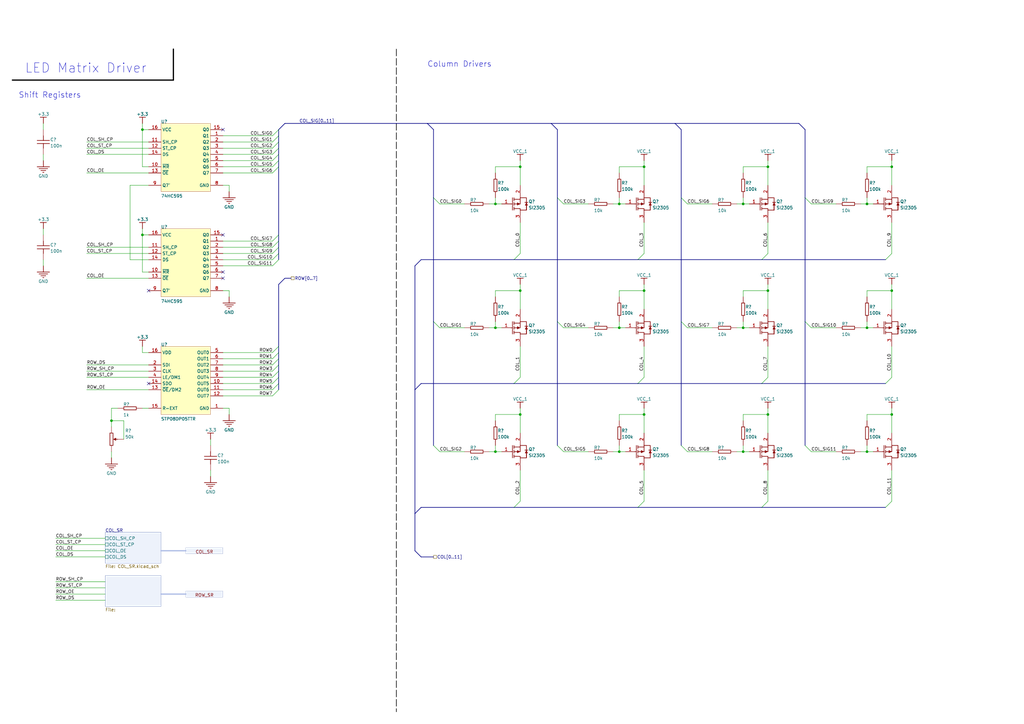
<source format=kicad_sch>
(kicad_sch (version 20231120) (generator "eeschema") (generator_version "8.0")
  (paper "A3")
  (lib_symbols
    (symbol "ESP32_LED_Matrix_Hierarchal-altium-import:+3.3_BAR" (power)
      (property "Reference" "#PWR" (at 0 0 0))
      (property "Value" "+3.3" (at 0 3.81 0))
      (symbol "+3.3_BAR_0_0"
        (pin power_in line (at 0 0 0) (length 0) hide (name "+3.3") (number ""))
      )
    )
    (symbol "ESP32_LED_Matrix_Hierarchal-altium-import:Designator_0_74HC595"
      (symbol "Designator_0_74HC595_1_0"
        (pin passive line (at 30.48 -2.54 180) (length 5.08) (name "Q1") (number "1"))
        (pin passive line (at 0 -15.24 0) (length 5.08) (name "~{MR}") (number "10"))
        (pin passive line (at 0 -5.08 0) (length 5.08) (name "SH_CP") (number "11"))
        (pin passive line (at 0 -7.62 0) (length 5.08) (name "ST_CP") (number "12"))
        (pin passive line (at 0 -17.78 0) (length 5.08) (name "~{OE}") (number "13"))
        (pin passive line (at 0 -10.16 0) (length 5.08) (name "DS") (number "14"))
        (pin passive line (at 30.48 0 180) (length 5.08) (name "Q0") (number "15"))
        (pin passive line (at 0 0 0) (length 5.08) (name "VCC") (number "16"))
        (pin passive line (at 30.48 -5.08 180) (length 5.08) (name "Q2") (number "2"))
        (pin passive line (at 30.48 -7.62 180) (length 5.08) (name "Q3") (number "3"))
        (pin passive line (at 30.48 -10.16 180) (length 5.08) (name "Q4") (number "4"))
        (pin passive line (at 30.48 -12.7 180) (length 5.08) (name "Q5") (number "5"))
        (pin passive line (at 30.48 -15.24 180) (length 5.08) (name "Q6") (number "6"))
        (pin passive line (at 30.48 -17.78 180) (length 5.08) (name "Q7") (number "7"))
        (pin passive line (at 30.48 -22.86 180) (length 5.08) (name "GND") (number "8"))
        (pin passive line (at 0 -22.86 0) (length 5.08) (name "Q7'") (number "9"))
      )
    )
    (symbol "ESP32_LED_Matrix_Hierarchal-altium-import:Designator_0_Capacitor - Non Polarized"
      (symbol "Designator_0_Capacitor - Non Polarized_1_0"
        (pin passive line (at 0 0 270) (length 2.54) (name "") (number "1"))
        (pin passive line (at 0 -10.16 90) (length 2.54) (name "") (number "2"))
      )
    )
    (symbol "ESP32_LED_Matrix_Hierarchal-altium-import:Designator_0_Potentiometer"
      (symbol "Designator_0_Potentiometer_1_0"
        (pin passive line (at 0 0 270) (length 2.54) (name "") (number "1"))
        (pin passive line (at 5.08 -5.08 180) (length 2.54) (name "") (number "2"))
        (pin passive line (at 0 -10.16 90) (length 2.54) (name "") (number "3"))
      )
    )
    (symbol "ESP32_LED_Matrix_Hierarchal-altium-import:Designator_0_Resistor"
      (symbol "Designator_0_Resistor_1_0"
        (pin passive line (at 0 0 270) (length 2.54) (name "") (number "1"))
        (pin passive line (at 0 -10.16 90) (length 2.54) (name "") (number "2"))
      )
    )
    (symbol "ESP32_LED_Matrix_Hierarchal-altium-import:Designator_0_mirrored_Capacitor - Non Polarized"
      (symbol "Designator_0_mirrored_Capacitor - Non Polarized_1_0"
        (pin passive line (at 0 0 270) (length 2.54) (name "") (number "1"))
        (pin passive line (at 0 -10.16 90) (length 2.54) (name "") (number "2"))
      )
    )
    (symbol "ESP32_LED_Matrix_Hierarchal-altium-import:Designator_0_mirrored_STP08DP05TTR"
      (symbol "Designator_0_mirrored_STP08DP05TTR_1_0"
        (pin passive line (at 0 -22.86 180) (length 5.08) (name "GND") (number "1"))
        (pin passive line (at 0 -12.7 180) (length 5.08) (name "OUT5") (number "10"))
        (pin passive line (at 0 -15.24 180) (length 5.08) (name "OUT6") (number "11"))
        (pin passive line (at 0 -17.78 180) (length 5.08) (name "OUT7") (number "12"))
        (pin passive line (at -30.48 -15.24 0) (length 5.08) (name "~{OE}/DM2") (number "13"))
        (pin passive line (at -30.48 -12.7 0) (length 5.08) (name "SDO") (number "14"))
        (pin passive line (at -30.48 -22.86 0) (length 5.08) (name "R-EXT") (number "15"))
        (pin passive line (at -30.48 0 0) (length 5.08) (name "VDD") (number "16"))
        (pin passive line (at -30.48 -5.08 0) (length 5.08) (name "SDI") (number "2"))
        (pin passive line (at -30.48 -7.62 0) (length 5.08) (name "CLK") (number "3"))
        (pin passive line (at -30.48 -10.16 0) (length 5.08) (name "LE/DM1") (number "4"))
        (pin passive line (at 0 0 180) (length 5.08) (name "OUT0") (number "5"))
        (pin passive line (at 0 -2.54 180) (length 5.08) (name "OUT1") (number "6"))
        (pin passive line (at 0 -5.08 180) (length 5.08) (name "OUT2") (number "7"))
        (pin passive line (at 0 -7.62 180) (length 5.08) (name "OUT3") (number "8"))
        (pin passive line (at 0 -10.16 180) (length 5.08) (name "OUT4") (number "9"))
      )
    )
    (symbol "ESP32_LED_Matrix_Hierarchal-altium-import:Designator_1_Resistor"
      (symbol "Designator_1_Resistor_1_0"
        (pin passive line (at 0 0 0) (length 2.54) (name "") (number "1"))
        (pin passive line (at 10.16 0 180) (length 2.54) (name "") (number "2"))
      )
    )
    (symbol "ESP32_LED_Matrix_Hierarchal-altium-import:Designator_1_mirrored_Resistor"
      (symbol "Designator_1_mirrored_Resistor_1_0"
        (pin passive line (at 0 0 180) (length 2.54) (name "") (number "1"))
        (pin passive line (at -10.16 0 0) (length 2.54) (name "") (number "2"))
      )
    )
    (symbol "ESP32_LED_Matrix_Hierarchal-altium-import:Designator_3_SI2305"
      (symbol "Designator_3_SI2305_1_0"
        (pin passive line (at -7.62 -7.62 0) (length 3.81) (name "G") (number "1"))
        (pin passive line (at 0 0 270) (length 5.08) (name "S") (number "2"))
        (pin passive line (at 0 -15.24 90) (length 5.08) (name "D") (number "3"))
      )
    )
    (symbol "ESP32_LED_Matrix_Hierarchal-altium-import:GND_POWER_GROUND" (power)
      (property "Reference" "#PWR" (at 0 0 0))
      (property "Value" "GND" (at 0 6.35 0))
      (symbol "GND_POWER_GROUND_0_0"
        (pin power_in line (at 0 0 0) (length 0) hide (name "GND") (number ""))
      )
    )
    (symbol "ESP32_LED_Matrix_Hierarchal-altium-import:VCC_1_BAR" (power)
      (property "Reference" "#PWR" (at 0 0 0))
      (property "Value" "VCC_1" (at 0 3.81 0))
      (symbol "VCC_1_BAR_0_0"
        (pin power_in line (at 0 0 0) (length 0) hide (name "VCC_1") (number ""))
      )
    )
  )
  (junction (at 203.2 83.6422))
  (junction (at 355.6 134.4422))
  (junction (at 365.76 119.2022))
  (junction (at 314.96 68.4022))
  (junction (at 304.8 83.6422))
  (junction (at 304.8 185.2422))
  (junction (at 254 185.2422))
  (junction (at 58.42 96.3422))
  (junction (at 365.76 68.4022))
  (junction (at 45.72 172.5422))
  (junction (at 365.76 170.0022))
  (junction (at 254 134.4422))
  (junction (at 264.16 68.4022))
  (junction (at 355.6 185.2422))
  (junction (at 264.16 170.0022))
  (junction (at 264.16 119.2022))
  (junction (at 213.36 119.2022))
  (junction (at 213.36 68.4022))
  (junction (at 355.6 83.6422))
  (junction (at 314.96 119.2022))
  (junction (at 254 83.6422))
  (junction (at 203.2 185.2422))
  (junction (at 203.2 134.4422))
  (junction (at 58.42 53.1622))
  (junction (at 213.36 170.0022))
  (junction (at 304.8 134.4422))
  (junction (at 314.96 170.0022))
  (no_connect (at 60.96 119.2022))
  (no_connect (at 91.44 53.1622))
  (no_connect (at 91.44 111.5822))
  (no_connect (at 60.96 157.3022))
  (no_connect (at 91.44 114.1222))
  (no_connect (at 91.44 96.3422))
  (bus_entry (at 231.14 134.4422) (size -2.54 -2.54))
  (bus_entry (at 177.8 81.1022) (size 2.54 2.54))
  (bus_entry (at 114.3 53.1622) (size -2.54 2.54))
  (bus_entry (at 111.76 147.1422) (size 2.54 -2.54))
  (bus_entry (at 180.34 134.4422) (size -2.54 -2.54))
  (bus_entry (at 332.74 185.2422) (size -2.54 -2.54))
  (bus_entry (at 114.3 103.9622) (size -2.54 2.54))
  (bus_entry (at 365.76 103.9622) (size -2.54 2.54))
  (bus_entry (at 114.3 63.3222) (size -2.54 2.54))
  (bus_entry (at 111.76 162.3822) (size 2.54 -2.54))
  (bus_entry (at 111.76 159.8422) (size 2.54 -2.54))
  (bus_entry (at 314.96 103.9622) (size -2.54 2.54))
  (bus_entry (at 365.76 205.5622) (size -2.54 2.54))
  (bus_entry (at 281.94 185.2422) (size -2.54 -2.54))
  (bus_entry (at 281.94 134.4422) (size -2.54 -2.54))
  (bus_entry (at 365.76 154.7622) (size -2.54 2.54))
  (bus_entry (at 332.74 83.6422) (size -2.54 -2.54))
  (bus_entry (at 231.14 83.6422) (size -2.54 -2.54))
  (bus_entry (at 281.94 83.6422) (size -2.54 -2.54))
  (bus_entry (at 231.14 185.2422) (size -2.54 -2.54))
  (bus_entry (at 111.76 149.6822) (size 2.54 -2.54))
  (bus_entry (at 114.3 106.5022) (size -2.54 2.54))
  (bus_entry (at 111.76 152.2222) (size 2.54 -2.54))
  (bus_entry (at 314.96 205.5622) (size -2.54 2.54))
  (bus_entry (at 114.3 98.8822) (size -2.54 2.54))
  (bus_entry (at 180.34 185.2422) (size -2.54 -2.54))
  (bus_entry (at 264.16 154.7622) (size -2.54 2.54))
  (bus_entry (at 114.3 101.4222) (size -2.54 2.54))
  (bus_entry (at 114.3 60.7822) (size -2.54 2.54))
  (bus_entry (at 264.16 205.5622) (size -2.54 2.54))
  (bus_entry (at 111.76 157.3022) (size 2.54 -2.54))
  (bus_entry (at 213.36 205.5622) (size -2.54 2.54))
  (bus_entry (at 114.3 58.2422) (size -2.54 2.54))
  (bus_entry (at 213.36 103.9622) (size -2.54 2.54))
  (bus_entry (at 114.3 68.4022) (size -2.54 2.54))
  (bus_entry (at 314.96 154.7622) (size -2.54 2.54))
  (bus_entry (at 111.76 154.7622) (size 2.54 -2.54))
  (bus_entry (at 114.3 65.8622) (size -2.54 2.54))
  (bus_entry (at 114.3 96.3422) (size -2.54 2.54))
  (bus_entry (at 332.74 134.4422) (size -2.54 -2.54))
  (bus_entry (at 213.36 154.7622) (size -2.54 2.54))
  (bus_entry (at 264.16 103.9622) (size -2.54 2.54))
  (bus_entry (at 114.3 55.7022) (size -2.54 2.54))
  (bus_entry (at 111.76 144.6022) (size 2.54 -2.54))
  (wire (pts (xy 60.96 144.6022) (xy 58.42 144.6022)))
  (bus (pts (xy 114.3 147.1422) (xy 114.3 144.6022)) (stroke (width 0.254)))
  (bus (pts (xy 114.3 58.2422) (xy 114.3 55.7022)) (stroke (width 0.254)))
  (bus (pts (xy 114.3 144.6022) (xy 114.3 142.0622)) (stroke (width 0.254)))
  (wire (pts (xy 314.96 142.0622) (xy 314.96 154.7622)))
  (wire (pts (xy 353.06 134.4422) (xy 355.6 134.4422)))
  (wire (pts (xy 314.96 76.0222) (xy 314.96 68.4022)))
  (wire (pts (xy 111.76 103.9622) (xy 91.44 103.9622)))
  (bus (pts (xy 114.3 65.8622) (xy 114.3 63.3222)) (stroke (width 0.254)))
  (bus (pts (xy 172.72 157.3022) (xy 170.18 159.8422)) (stroke (width 0.254)))
  (wire (pts (xy 111.76 63.3222) (xy 91.44 63.3222)))
  (bus (pts (xy 363.22 106.5022) (xy 312.42 106.5022)) (stroke (width 0.254)))
  (wire (pts (xy 365.76 76.0222) (xy 365.76 68.4022)))
  (wire (pts (xy 355.6 119.2022) (xy 355.6 121.7422)))
  (bus (pts (xy 363.22 157.3022) (xy 312.42 157.3022)) (stroke (width 0.254)))
  (wire (pts (xy 365.76 119.2022) (xy 365.76 116.6622)))
  (wire (pts (xy 355.6 185.2422) (xy 358.14 185.2422)))
  (wire (pts (xy 43.18 228.4222) (xy 22.86 228.4222)))
  (wire (pts (xy 355.6 131.9022) (xy 355.6 134.4422)))
  (wire (pts (xy 254 134.4422) (xy 256.54 134.4422)))
  (wire (pts (xy 304.8 81.1022) (xy 304.8 83.6422)))
  (wire (pts (xy 17.78 109.0422) (xy 17.78 106.5022)))
  (bus (pts (xy 330.2 131.9022) (xy 330.2 182.7022)) (stroke (width 0.254)))
  (wire (pts (xy 304.8 170.0022) (xy 304.8 172.5422)))
  (wire (pts (xy 365.76 192.8622) (xy 365.76 205.5622)))
  (wire (pts (xy 314.96 177.6222) (xy 314.96 170.0022)))
  (wire (pts (xy 254 131.9022) (xy 254 134.4422)))
  (wire (pts (xy 111.76 147.1422) (xy 91.44 147.1422)))
  (wire (pts (xy 213.36 177.6222) (xy 213.36 170.0022)))
  (wire (pts (xy 213.36 192.8622) (xy 213.36 205.5622)))
  (wire (pts (xy 203.2 83.6422) (xy 205.74 83.6422)))
  (wire (pts (xy 213.36 68.4022) (xy 213.36 65.8622)))
  (wire (pts (xy 60.96 152.2222) (xy 35.56 152.2222)))
  (wire (pts (xy 264.16 68.4022) (xy 264.16 65.8622)))
  (wire (pts (xy 45.72 167.4622) (xy 48.26 167.4622)))
  (wire (pts (xy 111.76 152.2222) (xy 91.44 152.2222)))
  (wire (pts (xy 314.96 119.2022) (xy 304.8 119.2022)))
  (wire (pts (xy 17.78 93.8022) (xy 17.78 96.3422)))
  (wire (pts (xy 304.8 68.4022) (xy 304.8 70.9422)))
  (wire (pts (xy 35.56 114.1222) (xy 60.96 114.1222)))
  (wire (pts (xy 304.8 131.9022) (xy 304.8 134.4422)))
  (wire (pts (xy 35.56 70.9422) (xy 60.96 70.9422)))
  (bus (pts (xy 114.3 142.0622) (xy 114.3 116.6622)) (stroke (width 0.254)))
  (bus (pts (xy 170.18 109.0422) (xy 170.18 159.8422)) (stroke (width 0.254)))
  (bus (pts (xy 177.8 131.9022) (xy 177.8 81.1022)) (stroke (width 0.254)))
  (bus (pts (xy 226.06 50.6222) (xy 276.86 50.6222)) (stroke (width 0.254)))
  (wire (pts (xy 111.76 149.6822) (xy 91.44 149.6822)))
  (bus (pts (xy 177.8 53.1622) (xy 175.26 50.6222)) (stroke (width 0.254)))
  (wire (pts (xy 35.56 103.9622) (xy 60.96 103.9622)))
  (bus (pts (xy 276.86 50.6222) (xy 327.66 50.6222)) (stroke (width 0.254)))
  (wire (pts (xy 365.76 68.4022) (xy 355.6 68.4022)))
  (wire (pts (xy 58.42 68.4022) (xy 58.42 53.1622)))
  (bus (pts (xy 114.3 152.2222) (xy 114.3 149.6822)) (stroke (width 0.254)))
  (wire (pts (xy 314.96 68.4022) (xy 314.96 65.8622)))
  (bus (pts (xy 114.3 53.1622) (xy 116.84 50.6222)) (stroke (width 0.254)))
  (wire (pts (xy 365.76 119.2022) (xy 355.6 119.2022)))
  (wire (pts (xy 342.9 185.2422) (xy 332.74 185.2422)))
  (wire (pts (xy 292.1 185.2422) (xy 281.94 185.2422)))
  (wire (pts (xy 60.96 53.1622) (xy 58.42 53.1622)))
  (wire (pts (xy 111.76 101.4222) (xy 91.44 101.4222)))
  (wire (pts (xy 60.96 159.8422) (xy 35.56 159.8422)))
  (wire (pts (xy 302.26 134.4422) (xy 304.8 134.4422)))
  (wire (pts (xy 50.8 172.5422) (xy 45.72 172.5422)))
  (wire (pts (xy 213.36 126.8222) (xy 213.36 119.2022)))
  (wire (pts (xy 213.36 119.2022) (xy 213.36 116.6622)))
  (wire (pts (xy 332.74 134.4422) (xy 342.9 134.4422)))
  (wire (pts (xy 45.72 172.5422) (xy 45.72 175.0822)))
  (wire (pts (xy 111.76 144.6022) (xy 91.44 144.6022)))
  (wire (pts (xy 180.34 134.4422) (xy 190.5 134.4422)))
  (wire (pts (xy 35.56 60.7822) (xy 60.96 60.7822)))
  (bus (pts (xy 175.26 50.6222) (xy 226.06 50.6222)) (stroke (width 0.254)))
  (wire (pts (xy 203.2 131.9022) (xy 203.2 134.4422)))
  (wire (pts (xy 302.26 185.2422) (xy 304.8 185.2422)))
  (wire (pts (xy 45.72 172.5422) (xy 45.72 167.4622)))
  (wire (pts (xy 43.18 223.3422) (xy 22.86 223.3422)))
  (wire (pts (xy 254 182.7022) (xy 254 185.2422)))
  (wire (pts (xy 365.76 126.8222) (xy 365.76 119.2022)))
  (wire (pts (xy 353.06 185.2422) (xy 355.6 185.2422)))
  (bus (pts (xy 114.3 149.6822) (xy 114.3 147.1422)) (stroke (width 0.254)))
  (bus (pts (xy 114.3 106.5022) (xy 114.3 103.9622)) (stroke (width 0.254)))
  (bus (pts (xy 210.82 157.3022) (xy 172.72 157.3022)) (stroke (width 0.254)))
  (bus (pts (xy 114.3 60.7822) (xy 114.3 58.2422)) (stroke (width 0.254)))
  (wire (pts (xy 314.96 68.4022) (xy 304.8 68.4022)))
  (bus (pts (xy 170.18 210.6422) (xy 170.18 225.8822)) (stroke (width 0.254)))
  (bus (pts (xy 114.3 63.3222) (xy 114.3 60.7822)) (stroke (width 0.254)))
  (wire (pts (xy 43.18 241.1222) (xy 22.86 241.1222)))
  (wire (pts (xy 365.76 170.0022) (xy 365.76 167.4622)))
  (wire (pts (xy 264.16 119.2022) (xy 264.16 116.6622)))
  (wire (pts (xy 50.8 180.1622) (xy 50.8 172.5422)))
  (wire (pts (xy 111.76 55.7022) (xy 91.44 55.7022)))
  (wire (pts (xy 93.98 76.0222) (xy 91.44 76.0222)))
  (polyline (pts (xy 71.12 32.8422) (xy 71.12 20.1422)) (stroke (width 0.508) (type solid) (color 0 0 0 1)))
  (bus (pts (xy 172.72 208.1022) (xy 170.18 210.6422)) (stroke (width 0.254)))
  (wire (pts (xy 203.2 68.4022) (xy 203.2 70.9422)))
  (bus (pts (xy 114.3 159.8422) (xy 114.3 157.3022)) (stroke (width 0.254)))
  (wire (pts (xy 22.86 220.8022) (xy 43.18 220.8022)))
  (wire (pts (xy 254 68.4022) (xy 254 70.9422)))
  (bus (pts (xy 312.42 157.3022) (xy 261.62 157.3022)) (stroke (width 0.254)))
  (bus (pts (xy 312.42 106.5022) (xy 261.62 106.5022)) (stroke (width 0.254)))
  (wire (pts (xy 213.36 68.4022) (xy 203.2 68.4022)))
  (wire (pts (xy 111.76 154.7622) (xy 91.44 154.7622)))
  (wire (pts (xy 58.42 144.6022) (xy 58.42 142.0622)))
  (bus (pts (xy 114.3 157.3022) (xy 114.3 154.7622)) (stroke (width 0.254)))
  (wire (pts (xy 190.5 83.6422) (xy 180.34 83.6422)))
  (bus (pts (xy 114.3 116.6622) (xy 116.84 114.1222)) (stroke (width 0.254)))
  (polyline (pts (xy 162.56 20.1422) (xy 162.56 291.9222)) (stroke (width 0.254) (type dash) (color 0 0 0 1)))
  (wire (pts (xy 332.74 83.6422) (xy 342.9 83.6422)))
  (wire (pts (xy 53.34 106.5022) (xy 60.96 106.5022)))
  (polyline (pts (xy 5.08 32.8422) (xy 71.12 32.8422)) (stroke (width 0.508) (type solid) (color 0 0 0 1)))
  (wire (pts (xy 365.76 142.0622) (xy 365.76 154.7622)))
  (wire (pts (xy 355.6 170.0022) (xy 355.6 172.5422)))
  (wire (pts (xy 111.76 70.9422) (xy 91.44 70.9422)))
  (wire (pts (xy 264.16 192.8622) (xy 264.16 205.5622)))
  (wire (pts (xy 203.2 182.7022) (xy 203.2 185.2422)))
  (bus (pts (xy 261.62 106.5022) (xy 210.82 106.5022)) (stroke (width 0.254)))
  (wire (pts (xy 111.76 98.8822) (xy 91.44 98.8822)))
  (wire (pts (xy 93.98 119.2022) (xy 91.44 119.2022)))
  (bus (pts (xy 114.3 101.4222) (xy 114.3 98.8822)) (stroke (width 0.254)))
  (wire (pts (xy 213.36 119.2022) (xy 203.2 119.2022)))
  (wire (pts (xy 292.1 134.4422) (xy 281.94 134.4422)))
  (wire (pts (xy 264.16 91.2622) (xy 264.16 103.9622)))
  (bus (pts (xy 210.82 208.1022) (xy 172.72 208.1022)) (stroke (width 0.254)))
  (wire (pts (xy 365.76 68.4022) (xy 365.76 65.8622)))
  (bus (pts (xy 114.3 68.4022) (xy 114.3 65.8622)) (stroke (width 0.254)))
  (bus (pts (xy 114.3 98.8822) (xy 114.3 96.3422)) (stroke (width 0.254)))
  (wire (pts (xy 17.78 65.8622) (xy 17.78 63.3222)))
  (wire (pts (xy 53.34 76.0222) (xy 53.34 106.5022)))
  (wire (pts (xy 45.72 187.7822) (xy 45.72 185.2422)))
  (wire (pts (xy 355.6 81.1022) (xy 355.6 83.6422)))
  (wire (pts (xy 58.42 111.5822) (xy 58.42 96.3422)))
  (bus (pts (xy 363.22 208.1022) (xy 312.42 208.1022)) (stroke (width 0.254)))
  (wire (pts (xy 213.36 91.2622) (xy 213.36 103.9622)))
  (wire (pts (xy 231.14 185.2422) (xy 241.3 185.2422)))
  (wire (pts (xy 302.26 83.6422) (xy 304.8 83.6422)))
  (wire (pts (xy 251.46 185.2422) (xy 254 185.2422)))
  (wire (pts (xy 111.76 68.4022) (xy 91.44 68.4022)))
  (bus (pts (xy 261.62 208.1022) (xy 210.82 208.1022)) (stroke (width 0.254)))
  (wire (pts (xy 353.06 83.6422) (xy 355.6 83.6422)))
  (wire (pts (xy 355.6 134.4422) (xy 358.14 134.4422)))
  (wire (pts (xy 264.16 177.6222) (xy 264.16 170.0022)))
  (wire (pts (xy 254 81.1022) (xy 254 83.6422)))
  (bus (pts (xy 279.4 53.1622) (xy 276.86 50.6222)) (stroke (width 0.254)))
  (wire (pts (xy 60.96 101.4222) (xy 35.56 101.4222)))
  (bus (pts (xy 279.4 182.7022) (xy 279.4 131.9022)) (stroke (width 0.254)))
  (wire (pts (xy 60.96 76.0222) (xy 53.34 76.0222)))
  (wire (pts (xy 251.46 83.6422) (xy 254 83.6422)))
  (wire (pts (xy 213.36 142.0622) (xy 213.36 154.7622)))
  (wire (pts (xy 254 119.2022) (xy 254 121.7422)))
  (wire (pts (xy 111.76 65.8622) (xy 91.44 65.8622)))
  (wire (pts (xy 264.16 68.4022) (xy 254 68.4022)))
  (wire (pts (xy 58.42 96.3422) (xy 58.42 93.8022)))
  (wire (pts (xy 213.36 170.0022) (xy 213.36 167.4622)))
  (wire (pts (xy 43.18 243.6622) (xy 22.86 243.6622)))
  (bus (pts (xy 177.8 182.7022) (xy 177.8 131.9022)) (stroke (width 0.254)))
  (bus (pts (xy 279.4 131.9022) (xy 279.4 81.1022)) (stroke (width 0.254)))
  (wire (pts (xy 43.18 225.8822) (xy 22.86 225.8822)))
  (wire (pts (xy 365.76 91.2622) (xy 365.76 103.9622)))
  (bus (pts (xy 116.84 50.6222) (xy 175.26 50.6222)) (stroke (width 0.254)))
  (wire (pts (xy 292.1 83.6422) (xy 281.94 83.6422)))
  (wire (pts (xy 251.46 134.4422) (xy 254 134.4422)))
  (wire (pts (xy 264.16 76.0222) (xy 264.16 68.4022)))
  (bus (pts (xy 327.66 50.6222) (xy 330.2 53.1622)) (stroke (width 0.254)))
  (wire (pts (xy 264.16 170.0022) (xy 254 170.0022)))
  (bus (pts (xy 114.3 103.9622) (xy 114.3 101.4222)) (stroke (width 0.254)))
  (wire (pts (xy 93.98 78.5622) (xy 93.98 76.0222)))
  (wire (pts (xy 314.96 91.2622) (xy 314.96 103.9622)))
  (wire (pts (xy 86.36 180.1622) (xy 86.36 182.7022)))
  (bus (pts (xy 228.6 53.1622) (xy 226.06 50.6222)) (stroke (width 0.254)))
  (wire (pts (xy 213.36 76.0222) (xy 213.36 68.4022)))
  (bus (pts (xy 114.3 154.7622) (xy 114.3 152.2222)) (stroke (width 0.254)))
  (wire (pts (xy 254 83.6422) (xy 256.54 83.6422)))
  (wire (pts (xy 60.96 111.5822) (xy 58.42 111.5822)))
  (wire (pts (xy 111.76 106.5022) (xy 91.44 106.5022)))
  (wire (pts (xy 314.96 119.2022) (xy 314.96 116.6622)))
  (wire (pts (xy 304.8 134.4422) (xy 307.34 134.4422)))
  (wire (pts (xy 60.96 149.6822) (xy 35.56 149.6822)))
  (wire (pts (xy 355.6 83.6422) (xy 358.14 83.6422)))
  (wire (pts (xy 304.8 119.2022) (xy 304.8 121.7422)))
  (wire (pts (xy 314.96 126.8222) (xy 314.96 119.2022)))
  (bus (pts (xy 170.18 225.8822) (xy 172.72 228.4222)) (stroke (width 0.254)))
  (bus (pts (xy 312.42 208.1022) (xy 261.62 208.1022)) (stroke (width 0.254)))
  (bus (pts (xy 116.84 114.1222) (xy 119.38 114.1222)) (stroke (width 0.254)))
  (wire (pts (xy 200.66 83.6422) (xy 203.2 83.6422)))
  (wire (pts (xy 111.76 159.8422) (xy 91.44 159.8422)))
  (wire (pts (xy 60.96 167.4622) (xy 58.42 167.4622)))
  (wire (pts (xy 111.76 157.3022) (xy 91.44 157.3022)))
  (wire (pts (xy 264.16 119.2022) (xy 254 119.2022)))
  (bus (pts (xy 172.72 106.5022) (xy 170.18 109.0422)) (stroke (width 0.254)))
  (wire (pts (xy 203.2 185.2422) (xy 205.74 185.2422)))
  (wire (pts (xy 111.76 60.7822) (xy 91.44 60.7822)))
  (wire (pts (xy 304.8 83.6422) (xy 307.34 83.6422)))
  (wire (pts (xy 314.96 170.0022) (xy 304.8 170.0022)))
  (wire (pts (xy 314.96 192.8622) (xy 314.96 205.5622)))
  (wire (pts (xy 314.96 170.0022) (xy 314.96 167.4622)))
  (wire (pts (xy 93.98 170.0022) (xy 93.98 167.4622)))
  (wire (pts (xy 86.36 195.4022) (xy 86.36 192.8622)))
  (wire (pts (xy 43.18 246.2022) (xy 22.86 246.2022)))
  (wire (pts (xy 43.18 238.5822) (xy 22.86 238.5822)))
  (bus (pts (xy 170.18 159.8422) (xy 170.18 210.6422)) (stroke (width 0.254)))
  (bus (pts (xy 177.8 81.1022) (xy 177.8 53.1622)) (stroke (width 0.254)))
  (wire (pts (xy 35.56 58.2422) (xy 60.96 58.2422)))
  (wire (pts (xy 111.76 58.2422) (xy 91.44 58.2422)))
  (wire (pts (xy 355.6 68.4022) (xy 355.6 70.9422)))
  (wire (pts (xy 35.56 63.3222) (xy 60.96 63.3222)))
  (wire (pts (xy 365.76 177.6222) (xy 365.76 170.0022)))
  (wire (pts (xy 203.2 134.4422) (xy 205.74 134.4422)))
  (wire (pts (xy 304.8 182.7022) (xy 304.8 185.2422)))
  (wire (pts (xy 60.96 154.7622) (xy 35.56 154.7622)))
  (bus (pts (xy 210.82 106.5022) (xy 172.72 106.5022)) (stroke (width 0.254)))
  (wire (pts (xy 93.98 121.7422) (xy 93.98 119.2022)))
  (bus (pts (xy 261.62 157.3022) (xy 210.82 157.3022)) (stroke (width 0.254)))
  (bus (pts (xy 228.6 81.1022) (xy 228.6 53.1622)) (stroke (width 0.254)))
  (wire (pts (xy 254 185.2422) (xy 256.54 185.2422)))
  (bus (pts (xy 228.6 182.7022) (xy 228.6 131.9022)) (stroke (width 0.254)))
  (wire (pts (xy 180.34 185.2422) (xy 190.5 185.2422)))
  (wire (pts (xy 111.76 162.3822) (xy 91.44 162.3822)))
  (bus (pts (xy 114.3 96.3422) (xy 114.3 68.4022)) (stroke (width 0.254)))
  (wire (pts (xy 213.36 170.0022) (xy 203.2 170.0022)))
  (wire (pts (xy 365.76 170.0022) (xy 355.6 170.0022)))
  (bus (pts (xy 228.6 131.9022) (xy 228.6 81.1022)) (stroke (width 0.254)))
  (bus (pts (xy 330.2 81.1022) (xy 330.2 131.9022)) (stroke (width 0.254)))
  (wire (pts (xy 203.2 119.2022) (xy 203.2 121.7422)))
  (wire (pts (xy 58.42 53.1622) (xy 58.42 50.6222)))
  (bus (pts (xy 330.2 53.1622) (xy 330.2 81.1022)) (stroke (width 0.254)))
  (wire (pts (xy 264.16 126.8222) (xy 264.16 119.2022)))
  (wire (pts (xy 93.98 167.4622) (xy 91.44 167.4622)))
  (bus (pts (xy 114.3 55.7022) (xy 114.3 53.1622)) (stroke (width 0.254)))
  (wire (pts (xy 264.16 142.0622) (xy 264.16 154.7622)))
  (wire (pts (xy 231.14 134.4422) (xy 241.3 134.4422)))
  (wire (pts (xy 203.2 81.1022) (xy 203.2 83.6422)))
  (wire (pts (xy 203.2 170.0022) (xy 203.2 172.5422)))
  (bus (pts (xy 279.4 81.1022) (xy 279.4 53.1622)) (stroke (width 0.254)))
  (wire (pts (xy 241.3 83.6422) (xy 231.14 83.6422)))
  (wire (pts (xy 200.66 185.2422) (xy 203.2 185.2422)))
  (wire (pts (xy 111.76 109.0422) (xy 91.44 109.0422)))
  (wire (pts (xy 304.8 185.2422) (xy 307.34 185.2422)))
  (wire (pts (xy 355.6 182.7022) (xy 355.6 185.2422)))
  (wire (pts (xy 60.96 96.3422) (xy 58.42 96.3422)))
  (bus (pts (xy 172.72 228.4222) (xy 177.8 228.4222)) (stroke (width 0.254)))
  (wire (pts (xy 60.96 68.4022) (xy 58.42 68.4022)))
  (wire (pts (xy 200.66 134.4422) (xy 203.2 134.4422)))
  (wire (pts (xy 254 170.0022) (xy 254 172.5422)))
  (wire (pts (xy 264.16 170.0022) (xy 264.16 167.4622)))
  (wire (pts (xy 17.78 50.6222) (xy 17.78 53.1622)))
  (polyline (pts (xy 76.2 225.8822) (xy 66.04 225.8822)) (stroke (width 0.508) (type solid) (color 173 188 231 1)))
  (polyline (pts (xy 76.2 243.6622) (xy 66.04 243.6622)) (stroke (width 0.508) (type solid) (color 173 188 231 1)))
  (text_box "COL_SR" (at 76.2 224.6122 0) (size 15.24 2.54) (stroke (width 0.0002) (color 143 158 201 1)) (fill (type color) (color 237 242 251 1)) (effects (font (size 1.27 1.27)) (justify top)))
  (text_box "ROW_SR" (at 76.2 242.3922 0) (size 15.24 2.54) (stroke (width 0.0002) (color 143 158 201 1)) (fill (type color) (color 237 242 251 1)) (effects (font (size 1.27 1.27)) (justify top)))
  (text "LED Matrix Driver" (at 10.16 30.3022 0) (effects (font (size 3.81 3.81)) (justify left bottom)))
  (text "Column Drivers" (at 175.26 27.7622 0) (effects (font (size 2.286 2.286)) (justify left bottom)))
  (text "Column Drivers" (at 436.88 -78.9178 0) (effects (font (size 2.286 2.286)) (justify left bottom)))
  (text "Shift Registers" (at 7.62 40.4622 0) (effects (font (size 2.286 2.286)) (justify left bottom)))
  (label "COL_OE" (at 35.56 70.9422 0))
  (label "COL_4" (at 264.16 152.2222 90))
  (label "ROW_DS" (at 35.56 149.6822 0))
  (label "COL_SIG0" (at 180.34 83.6422 0))
  (label "ROW6" (at 111.76 159.8422 180))
  (label "COL_SIG4" (at 231.14 134.4422 0))
  (label "ROW2" (at 111.76 149.6822 180))
  (label "COL_OE" (at 35.56 114.1222 0))
  (label "ROW0" (at 111.76 144.6022 180))
  (label "COL_SIG1" (at 180.34 134.4422 0))
  (label "COL_SH_CP" (at 22.86 220.8022 0))
  (label "COL_SIG11" (at 111.76 109.0422 180))
  (label "COL_SIG6" (at 281.94 83.6422 0))
  (label "COL_SIG9" (at 332.74 83.6422 0))
  (label "ROW_ST_CP" (at 22.86 241.1222 0))
  (label "COL_10" (at 365.76 152.2222 90))
  (label "COL_SIG1" (at 111.76 58.2422 180))
  (label "COL_6" (at 314.96 101.4222 90))
  (label "ROW1" (at 111.76 147.1422 180))
  (label "COL_SIG3" (at 111.76 63.3222 180))
  (label "ROW3" (at 111.76 152.2222 180))
  (label "COL_SIG10" (at 111.76 106.5022 180))
  (label "COL_SIG5" (at 231.14 185.2422 0))
  (label "ROW5" (at 111.76 157.3022 180))
  (label "COL_7" (at 314.96 152.2222 90))
  (label "COL_SIG7" (at 111.76 98.8822 180))
  (label "COL_SIG8" (at 281.94 185.2422 0))
  (label "ROW_DS" (at 22.86 246.2022 0))
  (label "COL_2" (at 213.36 203.0222 90))
  (label "COL_ST_CP" (at 35.56 60.7822 0))
  (label "ROW_SH_CP" (at 35.56 152.2222 0))
  (label "COL_SH_CP" (at 35.56 101.4222 0))
  (label "COL_OE" (at 22.86 225.8822 0))
  (label "COL_SIG0" (at 111.76 55.7022 180))
  (label "COL_SIG[0..11]" (at 469.9 -56.0578 0))
  (label "COL_ST_CP" (at 22.86 223.3422 0))
  (label "COL_SIG[0..11]" (at 137.16 50.6222 180))
  (label "ROW_ST_CP" (at 35.56 154.7622 0))
  (label "COL_1" (at 213.36 152.2222 90))
  (label "ROW7" (at 111.76 162.3822 180))
  (label "COL_SIG7" (at 281.94 134.4422 0))
  (label "ROW_SH_CP" (at 22.86 238.5822 0))
  (label "COL_SIG9" (at 111.76 103.9622 180))
  (label "COL_SIG2" (at 180.34 185.2422 0))
  (label "COL_ST_CP" (at 35.56 103.9622 0))
  (label "ROW4" (at 111.76 154.7622 180))
  (label "COL_5" (at 264.16 203.0222 90))
  (label "COL_SIG8" (at 111.76 101.4222 180))
  (label "COL_SIG11" (at 332.74 185.2422 0))
  (label "ROW_OE" (at 35.56 159.8422 0))
  (label "COL_SIG5" (at 111.76 68.4022 180))
  (label "COL_SIG4" (at 111.76 65.8622 180))
  (label "COL_11" (at 365.76 203.0222 90))
  (label "COL_SH_CP" (at 35.56 58.2422 0))
  (label "COL_0" (at 213.36 101.4222 90))
  (label "COL_9" (at 365.76 101.4222 90))
  (label "COL_3" (at 264.16 101.4222 90))
  (label "COL_SIG6" (at 111.76 70.9422 180))
  (label "COL_8" (at 314.96 203.0222 90))
  (label "COL_SIG10" (at 332.74 134.4422 0))
  (label "COL_SIG2" (at 111.76 60.7822 180))
  (label "COL_DS" (at 35.56 63.3222 0))
  (label "ROW_OE" (at 22.86 243.6622 0))
  (label "COL_SIG3" (at 231.14 83.6422 0))
  (label "COL_DS" (at 22.86 228.4222 0))
  (hierarchical_label "COL[0..11]" (shape passive) (at 177.8 228.4222 0))
  (hierarchical_label "ROW[0..7]" (shape passive) (at 119.38 114.1222 0))
  (symbol (lib_id "ESP32_LED_Matrix_Hierarchal-altium-import:VCC_1_BAR") (at 314.96 116.6622 180) (unit 1)
    (property "Reference" "#PWR?" (effects (hide yes)))
    (property "Value" "VCC_1" (at 314.96 112.8522 0))
  )
  (symbol (lib_id "ESP32_LED_Matrix_Hierarchal-altium-import:Designator_3_SI2305") (at 365.76 177.6222 0) (unit 1)
    (property "Reference" "Q?" (at 369.189 184.9882 0) (effects (justify left bottom)))
    (property "Value" "SI2305" (at 369.189 187.5282 0) (effects (justify left bottom)))
    (property "Footprint" "SOT23" (effects (hide yes)))
    (property "Description" "General Purpose P-Channel MOSFET" (effects (hide yes)))
    (property "COMPONENTLINK1DESCRIPTION" "Datasheet" (effects (hide yes)))
    (property "COMPONENTLINK1URL" "https://www.vishay.com/docs/64847/si2305cd.pdf" (effects (hide yes)))
  )
  (symbol (lib_id "ESP32_LED_Matrix_Hierarchal-altium-import:Designator_0_Resistor") (at 203.2 172.5422 0) (unit 1)
    (property "Reference" "R?" (at 204.089 177.3682 0) (effects (justify left bottom)))
    (property "Value" "100k" (at 204.089 179.9082 0) (effects (justify left bottom)))
    (property "Footprint" "RESC0805" (effects (hide yes)))
    (property "Description" "Resistor" (effects (hide yes)))
  )
  (symbol (lib_id "ESP32_LED_Matrix_Hierarchal-altium-import:VCC_1_BAR") (at 213.36 65.8622 180) (unit 1)
    (property "Reference" "#PWR?" (effects (hide yes)))
    (property "Value" "VCC_1" (at 213.36 62.0522 0))
  )
  (symbol (lib_id "ESP32_LED_Matrix_Hierarchal-altium-import:Designator_1_Resistor") (at 190.5 83.6422 0) (unit 1)
    (property "Reference" "R?" (at 192.786 82.7532 0) (effects (justify left bottom)))
    (property "Value" "10k" (at 192.786 87.0712 0) (effects (justify left bottom)))
    (property "Footprint" "RESC0805" (effects (hide yes)))
    (property "Description" "Resistor" (effects (hide yes)))
  )
  (symbol (lib_id "ESP32_LED_Matrix_Hierarchal-altium-import:Designator_3_SI2305") (at 365.76 76.0222 0) (unit 1)
    (property "Reference" "Q?" (at 369.189 83.3882 0) (effects (justify left bottom)))
    (property "Value" "SI2305" (at 369.189 85.9282 0) (effects (justify left bottom)))
    (property "Footprint" "SOT23" (effects (hide yes)))
    (property "Description" "General Purpose P-Channel MOSFET" (effects (hide yes)))
    (property "COMPONENTLINK1DESCRIPTION" "Datasheet" (effects (hide yes)))
    (property "COMPONENTLINK1URL" "https://www.vishay.com/docs/64847/si2305cd.pdf" (effects (hide yes)))
  )
  (symbol (lib_id "ESP32_LED_Matrix_Hierarchal-altium-import:VCC_1_BAR") (at 314.96 167.4622 180) (unit 1)
    (property "Reference" "#PWR?" (effects (hide yes)))
    (property "Value" "VCC_1" (at 314.96 163.6522 0))
  )
  (symbol (lib_id "ESP32_LED_Matrix_Hierarchal-altium-import:Designator_0_Resistor") (at 304.8 121.7422 0) (unit 1)
    (property "Reference" "R?" (at 305.689 126.5682 0) (effects (justify left bottom)))
    (property "Value" "100k" (at 305.689 129.1082 0) (effects (justify left bottom)))
    (property "Footprint" "RESC0805" (effects (hide yes)))
    (property "Description" "Resistor" (effects (hide yes)))
  )
  (symbol (lib_id "ESP32_LED_Matrix_Hierarchal-altium-import:Designator_1_Resistor") (at 292.1 83.6422 0) (unit 1)
    (property "Reference" "R?" (at 294.386 82.7532 0) (effects (justify left bottom)))
    (property "Value" "10k" (at 294.386 87.0712 0) (effects (justify left bottom)))
    (property "Footprint" "RESC0805" (effects (hide yes)))
    (property "Description" "Resistor" (effects (hide yes)))
  )
  (symbol (lib_id "ESP32_LED_Matrix_Hierarchal-altium-import:VCC_1_BAR") (at 365.76 167.4622 180) (unit 1)
    (property "Reference" "#PWR?" (effects (hide yes)))
    (property "Value" "VCC_1" (at 365.76 163.6522 0))
  )
  (symbol (lib_id "ESP32_LED_Matrix_Hierarchal-altium-import:+3.3_BAR") (at 86.36 180.1622 180) (unit 1)
    (property "Reference" "#PWR?" (effects (hide yes)))
    (property "Value" "+3.3" (at 86.36 176.3522 0))
  )
  (symbol (lib_id "ESP32_LED_Matrix_Hierarchal-altium-import:VCC_1_BAR") (at 213.36 116.6622 180) (unit 1)
    (property "Reference" "#PWR?" (effects (hide yes)))
    (property "Value" "VCC_1" (at 213.36 112.8522 0))
  )
  (symbol (lib_id "ESP32_LED_Matrix_Hierarchal-altium-import:Designator_3_SI2305") (at 213.36 76.0222 0) (unit 1)
    (property "Reference" "Q?" (at 216.789 83.3882 0) (effects (justify left bottom)))
    (property "Value" "SI2305" (at 216.789 85.9282 0) (effects (justify left bottom)))
    (property "Footprint" "SOT23" (effects (hide yes)))
    (property "Description" "General Purpose P-Channel MOSFET" (effects (hide yes)))
    (property "COMPONENTLINK1DESCRIPTION" "Datasheet" (effects (hide yes)))
    (property "COMPONENTLINK1URL" "https://www.vishay.com/docs/64847/si2305cd.pdf" (effects (hide yes)))
  )
  (symbol (lib_id "ESP32_LED_Matrix_Hierarchal-altium-import:Designator_0_mirrored_STP08DP05TTR") (at 91.44 144.6022 0) (unit 1)
    (property "Reference" "U?" (at 66.04 142.0622 0) (effects (justify left bottom)))
    (property "Value" "STP08DP05TTR" (at 66.04 172.5422 0) (effects (justify left bottom)))
    (property "Footprint" "TSSOP16" (effects (hide yes)))
    (property "Description" "LED Driver" (effects (hide yes)))
    (property "DATASHEET LINK" "https://componentsearchengine.com/Datasheets/2/STP08DP05TTR.pdf" (effects (hide yes)))
    (property "HEIGHT" "1.2mm" (effects (hide yes)))
    (property "MANUFACTURER_NAME" "STMicroelectronics" (effects (hide yes)))
    (property "MANUFACTURER_PART_NUMBER" "STP08DP05TTR" (effects (hide yes)))
    (property "MOUSER PART NUMBER" "511-STP08DP05TTR" (effects (hide yes)))
    (property "MOUSER PRICE/STOCK" "https://www.mouser.co.uk/ProductDetail/STMicroelectronics/STP08DP05TTR?qs=xgiOkRdDJ0m7T%2FaY25F5vQ%3D%3D" (effects (hide yes)))
    (property "ARROW PART NUMBER" "STP08DP05TTR" (effects (hide yes)))
    (property "ARROW PRICE/STOCK" "https://www.arrow.com/en/products/stp08dp05ttr/stmicroelectronics?region=nac" (effects (hide yes)))
  )
  (symbol (lib_id "ESP32_LED_Matrix_Hierarchal-altium-import:Designator_0_74HC595") (at 60.96 96.3422 0) (unit 1)
    (property "Reference" "U?" (at 66.04 93.8022 0) (effects (justify left bottom)))
    (property "Value" "74HC595" (at 66.04 124.2822 0) (effects (justify left bottom)))
    (property "Footprint" "TSSOP16" (effects (hide yes)))
    (property "Description" "Shift Register" (effects (hide yes)))
  )
  (symbol (lib_id "ESP32_LED_Matrix_Hierarchal-altium-import:Designator_3_SI2305") (at 365.76 126.8222 0) (unit 1)
    (property "Reference" "Q?" (at 369.189 134.1882 0) (effects (justify left bottom)))
    (property "Value" "SI2305" (at 369.189 136.7282 0) (effects (justify left bottom)))
    (property "Footprint" "SOT23" (effects (hide yes)))
    (property "Description" "General Purpose P-Channel MOSFET" (effects (hide yes)))
    (property "COMPONENTLINK1DESCRIPTION" "Datasheet" (effects (hide yes)))
    (property "COMPONENTLINK1URL" "https://www.vishay.com/docs/64847/si2305cd.pdf" (effects (hide yes)))
  )
  (symbol (lib_id "ESP32_LED_Matrix_Hierarchal-altium-import:GND_POWER_GROUND") (at 93.98 170.0022 0) (unit 1)
    (property "Reference" "#PWR?" (effects (hide yes)))
    (property "Value" "GND" (at 93.98 176.3522 0))
  )
  (symbol (lib_id "ESP32_LED_Matrix_Hierarchal-altium-import:Designator_1_Resistor") (at 292.1 134.4422 0) (unit 1)
    (property "Reference" "R?" (at 294.386 133.5532 0) (effects (justify left bottom)))
    (property "Value" "10k" (at 294.386 137.8712 0) (effects (justify left bottom)))
    (property "Footprint" "RESC0805" (effects (hide yes)))
    (property "Description" "Resistor" (effects (hide yes)))
  )
  (symbol (lib_id "ESP32_LED_Matrix_Hierarchal-altium-import:+3.3_BAR") (at 17.78 50.6222 180) (unit 1)
    (property "Reference" "#PWR?" (effects (hide yes)))
    (property "Value" "+3.3" (at 17.78 46.8122 0))
  )
  (symbol (lib_id "ESP32_LED_Matrix_Hierarchal-altium-import:Designator_0_Resistor") (at 304.8 172.5422 0) (unit 1)
    (property "Reference" "R?" (at 305.689 177.3682 0) (effects (justify left bottom)))
    (property "Value" "100k" (at 305.689 179.9082 0) (effects (justify left bottom)))
    (property "Footprint" "RESC0805" (effects (hide yes)))
    (property "Description" "Resistor" (effects (hide yes)))
  )
  (symbol (lib_id "ESP32_LED_Matrix_Hierarchal-altium-import:Designator_3_SI2305") (at 264.16 126.8222 0) (unit 1)
    (property "Reference" "Q?" (at 267.589 134.1882 0) (effects (justify left bottom)))
    (property "Value" "SI2305" (at 267.589 136.7282 0) (effects (justify left bottom)))
    (property "Footprint" "SOT23" (effects (hide yes)))
    (property "Description" "General Purpose P-Channel MOSFET" (effects (hide yes)))
    (property "COMPONENTLINK1DESCRIPTION" "Datasheet" (effects (hide yes)))
    (property "COMPONENTLINK1URL" "https://www.vishay.com/docs/64847/si2305cd.pdf" (effects (hide yes)))
  )
  (symbol (lib_id "ESP32_LED_Matrix_Hierarchal-altium-import:GND_POWER_GROUND") (at 93.98 121.7422 0) (unit 1)
    (property "Reference" "#PWR?" (effects (hide yes)))
    (property "Value" "GND" (at 93.98 128.0922 0))
  )
  (symbol (lib_id "ESP32_LED_Matrix_Hierarchal-altium-import:GND_POWER_GROUND") (at 45.72 187.7822 0) (unit 1)
    (property "Reference" "#PWR?" (effects (hide yes)))
    (property "Value" "GND" (at 45.72 194.1322 0))
  )
  (symbol (lib_id "ESP32_LED_Matrix_Hierarchal-altium-import:Designator_0_Resistor") (at 355.6 121.7422 0) (unit 1)
    (property "Reference" "R?" (at 356.489 126.5682 0) (effects (justify left bottom)))
    (property "Value" "100k" (at 356.489 129.1082 0) (effects (justify left bottom)))
    (property "Footprint" "RESC0805" (effects (hide yes)))
    (property "Description" "Resistor" (effects (hide yes)))
  )
  (symbol (lib_id "ESP32_LED_Matrix_Hierarchal-altium-import:Designator_3_SI2305") (at 213.36 177.6222 0) (unit 1)
    (property "Reference" "Q?" (at 216.789 184.9882 0) (effects (justify left bottom)))
    (property "Value" "SI2305" (at 216.789 187.5282 0) (effects (justify left bottom)))
    (property "Footprint" "SOT23" (effects (hide yes)))
    (property "Description" "General Purpose P-Channel MOSFET" (effects (hide yes)))
    (property "COMPONENTLINK1DESCRIPTION" "Datasheet" (effects (hide yes)))
    (property "COMPONENTLINK1URL" "https://www.vishay.com/docs/64847/si2305cd.pdf" (effects (hide yes)))
  )
  (symbol (lib_id "ESP32_LED_Matrix_Hierarchal-altium-import:+3.3_BAR") (at 17.78 93.8022 180) (unit 1)
    (property "Reference" "#PWR?" (effects (hide yes)))
    (property "Value" "+3.3" (at 17.78 89.9922 0))
  )
  (symbol (lib_id "ESP32_LED_Matrix_Hierarchal-altium-import:Designator_1_mirrored_Resistor") (at 58.42 167.4622 0) (unit 1)
    (property "Reference" "R?" (at 50.546 166.5732 0) (effects (justify left bottom)))
    (property "Value" "1k" (at 50.546 170.8912 0) (effects (justify left bottom)))
    (property "Footprint" "RESC0805" (effects (hide yes)))
    (property "Description" "Resistor" (effects (hide yes)))
  )
  (symbol (lib_id "ESP32_LED_Matrix_Hierarchal-altium-import:Designator_3_SI2305") (at 264.16 177.6222 0) (unit 1)
    (property "Reference" "Q?" (at 267.589 184.9882 0) (effects (justify left bottom)))
    (property "Value" "SI2305" (at 267.589 187.5282 0) (effects (justify left bottom)))
    (property "Footprint" "SOT23" (effects (hide yes)))
    (property "Description" "General Purpose P-Channel MOSFET" (effects (hide yes)))
    (property "COMPONENTLINK1DESCRIPTION" "Datasheet" (effects (hide yes)))
    (property "COMPONENTLINK1URL" "https://www.vishay.com/docs/64847/si2305cd.pdf" (effects (hide yes)))
  )
  (symbol (lib_id "ESP32_LED_Matrix_Hierarchal-altium-import:Designator_1_Resistor") (at 241.3 185.2422 0) (unit 1)
    (property "Reference" "R?" (at 243.586 184.3532 0) (effects (justify left bottom)))
    (property "Value" "10k" (at 243.586 188.6712 0) (effects (justify left bottom)))
    (property "Footprint" "RESC0805" (effects (hide yes)))
    (property "Description" "Resistor" (effects (hide yes)))
  )
  (symbol (lib_id "ESP32_LED_Matrix_Hierarchal-altium-import:GND_POWER_GROUND") (at 86.36 195.4022 0) (unit 1)
    (property "Reference" "#PWR?" (effects (hide yes)))
    (property "Value" "GND" (at 86.36 201.7522 0))
  )
  (symbol (lib_id "ESP32_LED_Matrix_Hierarchal-altium-import:GND_POWER_GROUND") (at 17.78 109.0422 0) (unit 1)
    (property "Reference" "#PWR?" (effects (hide yes)))
    (property "Value" "GND" (at 17.78 115.3922 0))
  )
  (symbol (lib_id "ESP32_LED_Matrix_Hierarchal-altium-import:Designator_0_Resistor") (at 355.6 172.5422 0) (unit 1)
    (property "Reference" "R?" (at 356.489 177.3682 0) (effects (justify left bottom)))
    (property "Value" "100k" (at 356.489 179.9082 0) (effects (justify left bottom)))
    (property "Footprint" "RESC0805" (effects (hide yes)))
    (property "Description" "Resistor" (effects (hide yes)))
  )
  (symbol (lib_id "ESP32_LED_Matrix_Hierarchal-altium-import:Designator_0_mirrored_Capacitor - Non Polarized") (at 86.36 182.7022 0) (unit 1)
    (property "Reference" "C?" (at 89.154 187.5282 0) (effects (justify left bottom)))
    (property "Value" "100n" (at 89.154 190.0682 0) (effects (justify left bottom)))
    (property "Footprint" "CAP0805" (effects (hide yes)))
    (property "Description" "Non Polarized Capacitor" (effects (hide yes)))
  )
  (symbol (lib_id "ESP32_LED_Matrix_Hierarchal-altium-import:Designator_0_74HC595") (at 60.96 53.1622 0) (unit 1)
    (property "Reference" "U?" (at 66.04 50.6222 0) (effects (justify left bottom)))
    (property "Value" "74HC595" (at 66.04 81.1022 0) (effects (justify left bottom)))
    (property "Footprint" "TSSOP16" (effects (hide yes)))
    (property "Description" "Shift Register" (effects (hide yes)))
  )
  (symbol (lib_id "ESP32_LED_Matrix_Hierarchal-altium-import:Designator_3_SI2305") (at 213.36 126.8222 0) (unit 1)
    (property "Reference" "Q?" (at 216.789 134.1882 0) (effects (justify left bottom)))
    (property "Value" "SI2305" (at 216.789 136.7282 0) (effects (justify left bottom)))
    (property "Footprint" "SOT23" (effects (hide yes)))
    (property "Description" "General Purpose P-Channel MOSFET" (effects (hide yes)))
    (property "COMPONENTLINK1DESCRIPTION" "Datasheet" (effects (hide yes)))
    (property "COMPONENTLINK1URL" "https://www.vishay.com/docs/64847/si2305cd.pdf" (effects (hide yes)))
  )
  (symbol (lib_id "ESP32_LED_Matrix_Hierarchal-altium-import:GND_POWER_GROUND") (at 17.78 65.8622 0) (unit 1)
    (property "Reference" "#PWR?" (effects (hide yes)))
    (property "Value" "GND" (at 17.78 72.2122 0))
  )
  (symbol (lib_id "ESP32_LED_Matrix_Hierarchal-altium-import:Designator_0_Capacitor - Non Polarized") (at 17.78 96.3422 0) (unit 1)
    (property "Reference" "C?" (at 20.574 101.1682 0) (effects (justify left bottom)))
    (property "Value" "100n" (at 20.574 103.7082 0) (effects (justify left bottom)))
    (property "Footprint" "CAP0805" (effects (hide yes)))
    (property "Description" "Non Polarized Capacitor" (effects (hide yes)))
  )
  (symbol (lib_id "ESP32_LED_Matrix_Hierarchal-altium-import:VCC_1_BAR") (at 264.16 65.8622 180) (unit 1)
    (property "Reference" "#PWR?" (effects (hide yes)))
    (property "Value" "VCC_1" (at 264.16 62.0522 0))
  )
  (symbol (lib_id "ESP32_LED_Matrix_Hierarchal-altium-import:Designator_0_Resistor") (at 203.2 121.7422 0) (unit 1)
    (property "Reference" "R?" (at 204.089 126.5682 0) (effects (justify left bottom)))
    (property "Value" "100k" (at 204.089 129.1082 0) (effects (justify left bottom)))
    (property "Footprint" "RESC0805" (effects (hide yes)))
    (property "Description" "Resistor" (effects (hide yes)))
  )
  (symbol (lib_id "ESP32_LED_Matrix_Hierarchal-altium-import:Designator_0_Resistor") (at 304.8 70.9422 0) (unit 1)
    (property "Reference" "R?" (at 305.689 75.7682 0) (effects (justify left bottom)))
    (property "Value" "100k" (at 305.689 78.3082 0) (effects (justify left bottom)))
    (property "Footprint" "RESC0805" (effects (hide yes)))
    (property "Description" "Resistor" (effects (hide yes)))
  )
  (symbol (lib_id "ESP32_LED_Matrix_Hierarchal-altium-import:Designator_1_Resistor") (at 190.5 134.4422 0) (unit 1)
    (property "Reference" "R?" (at 192.786 133.5532 0) (effects (justify left bottom)))
    (property "Value" "10k" (at 192.786 137.8712 0) (effects (justify left bottom)))
    (property "Footprint" "RESC0805" (effects (hide yes)))
    (property "Description" "Resistor" (effects (hide yes)))
  )
  (symbol (lib_id "ESP32_LED_Matrix_Hierarchal-altium-import:Designator_0_Resistor") (at 355.6 70.9422 0) (unit 1)
    (property "Reference" "R?" (at 356.489 75.7682 0) (effects (justify left bottom)))
    (property "Value" "100k" (at 356.489 78.3082 0) (effects (justify left bottom)))
    (property "Footprint" "RESC0805" (effects (hide yes)))
    (property "Description" "Resistor" (effects (hide yes)))
  )
  (symbol (lib_id "ESP32_LED_Matrix_Hierarchal-altium-import:Designator_3_SI2305") (at 314.96 177.6222 0) (unit 1)
    (property "Reference" "Q?" (at 318.389 184.9882 0) (effects (justify left bottom)))
    (property "Value" "SI2305" (at 318.389 187.5282 0) (effects (justify left bottom)))
    (property "Footprint" "SOT23" (effects (hide yes)))
    (property "Description" "General Purpose P-Channel MOSFET" (effects (hide yes)))
    (property "COMPONENTLINK1DESCRIPTION" "Datasheet" (effects (hide yes)))
    (property "COMPONENTLINK1URL" "https://www.vishay.com/docs/64847/si2305cd.pdf" (effects (hide yes)))
  )
  (symbol (lib_id "ESP32_LED_Matrix_Hierarchal-altium-import:+3.3_BAR") (at 58.42 50.6222 180) (unit 1)
    (property "Reference" "#PWR?" (effects (hide yes)))
    (property "Value" "+3.3" (at 58.42 46.8122 0))
  )
  (symbol (lib_id "ESP32_LED_Matrix_Hierarchal-altium-import:VCC_1_BAR") (at 314.96 65.8622 180) (unit 1)
    (property "Reference" "#PWR?" (effects (hide yes)))
    (property "Value" "VCC_1" (at 314.96 62.0522 0))
  )
  (symbol (lib_id "ESP32_LED_Matrix_Hierarchal-altium-import:VCC_1_BAR") (at 213.36 167.4622 180) (unit 1)
    (property "Reference" "#PWR?" (effects (hide yes)))
    (property "Value" "VCC_1" (at 213.36 163.6522 0))
  )
  (symbol (lib_id "ESP32_LED_Matrix_Hierarchal-altium-import:GND_POWER_GROUND") (at 93.98 78.5622 0) (unit 1)
    (property "Reference" "#PWR?" (effects (hide yes)))
    (property "Value" "GND" (at 93.98 84.9122 0))
  )
  (symbol (lib_id "ESP32_LED_Matrix_Hierarchal-altium-import:Designator_1_Resistor") (at 292.1 185.2422 0) (unit 1)
    (property "Reference" "R?" (at 294.386 184.3532 0) (effects (justify left bottom)))
    (property "Value" "10k" (at 294.386 188.6712 0) (effects (justify left bottom)))
    (property "Footprint" "RESC0805" (effects (hide yes)))
    (property "Description" "Resistor" (effects (hide yes)))
  )
  (symbol (lib_id "ESP32_LED_Matrix_Hierarchal-altium-import:Designator_0_Resistor") (at 203.2 70.9422 0) (unit 1)
    (property "Reference" "R?" (at 204.089 75.7682 0) (effects (justify left bottom)))
    (property "Value" "100k" (at 204.089 78.3082 0) (effects (justify left bottom)))
    (property "Footprint" "RESC0805" (effects (hide yes)))
    (property "Description" "Resistor" (effects (hide yes)))
  )
  (symbol (lib_id "ESP32_LED_Matrix_Hierarchal-altium-import:+3.3_BAR") (at 58.42 142.0622 180) (unit 1)
    (property "Reference" "#PWR?" (effects (hide yes)))
    (property "Value" "+3.3" (at 58.42 138.2522 0))
  )
  (symbol (lib_id "ESP32_LED_Matrix_Hierarchal-altium-import:Designator_3_SI2305") (at 314.96 76.0222 0) (unit 1)
    (property "Reference" "Q?" (at 318.389 83.3882 0) (effects (justify left bottom)))
    (property "Value" "SI2305" (at 318.389 85.9282 0) (effects (justify left bottom)))
    (property "Footprint" "SOT23" (effects (hide yes)))
    (property "Description" "General Purpose P-Channel MOSFET" (effects (hide yes)))
    (property "COMPONENTLINK1DESCRIPTION" "Datasheet" (effects (hide yes)))
    (property "COMPONENTLINK1URL" "https://www.vishay.com/docs/64847/si2305cd.pdf" (effects (hide yes)))
  )
  (symbol (lib_id "ESP32_LED_Matrix_Hierarchal-altium-import:Designator_1_Resistor") (at 342.9 185.2422 0) (unit 1)
    (property "Reference" "R?" (at 345.186 184.3532 0) (effects (justify left bottom)))
    (property "Value" "10k" (at 345.186 188.6712 0) (effects (justify left bottom)))
    (property "Footprint" "RESC0805" (effects (hide yes)))
    (property "Description" "Resistor" (effects (hide yes)))
  )
  (symbol (lib_id "ESP32_LED_Matrix_Hierarchal-altium-import:Designator_3_SI2305") (at 314.96 126.8222 0) (unit 1)
    (property "Reference" "Q?" (at 318.389 134.1882 0) (effects (justify left bottom)))
    (property "Value" "SI2305" (at 318.389 136.7282 0) (effects (justify left bottom)))
    (property "Footprint" "SOT23" (effects (hide yes)))
    (property "Description" "General Purpose P-Channel MOSFET" (effects (hide yes)))
    (property "COMPONENTLINK1DESCRIPTION" "Datasheet" (effects (hide yes)))
    (property "COMPONENTLINK1URL" "https://www.vishay.com/docs/64847/si2305cd.pdf" (effects (hide yes)))
  )
  (symbol (lib_id "ESP32_LED_Matrix_Hierarchal-altium-import:Designator_1_Resistor") (at 190.5 185.2422 0) (unit 1)
    (property "Reference" "R?" (at 192.786 184.3532 0) (effects (justify left bottom)))
    (property "Value" "10k" (at 192.786 188.6712 0) (effects (justify left bottom)))
    (property "Footprint" "RESC0805" (effects (hide yes)))
    (property "Description" "Resistor" (effects (hide yes)))
  )
  (symbol (lib_id "ESP32_LED_Matrix_Hierarchal-altium-import:Designator_1_Resistor") (at 342.9 134.4422 0) (unit 1)
    (property "Reference" "R?" (at 345.186 133.5532 0) (effects (justify left bottom)))
    (property "Value" "10k" (at 345.186 137.8712 0) (effects (justify left bottom)))
    (property "Footprint" "RESC0805" (effects (hide yes)))
    (property "Description" "Resistor" (effects (hide yes)))
  )
  (symbol (lib_id "ESP32_LED_Matrix_Hierarchal-altium-import:Designator_0_Resistor") (at 254 70.9422 0) (unit 1)
    (property "Reference" "R?" (at 254.889 75.7682 0) (effects (justify left bottom)))
    (property "Value" "100k" (at 254.889 78.3082 0) (effects (justify left bottom)))
    (property "Footprint" "RESC0805" (effects (hide yes)))
    (property "Description" "Resistor" (effects (hide yes)))
  )
  (symbol (lib_id "ESP32_LED_Matrix_Hierarchal-altium-import:VCC_1_BAR") (at 264.16 116.6622 180) (unit 1)
    (property "Reference" "#PWR?" (effects (hide yes)))
    (property "Value" "VCC_1" (at 264.16 112.8522 0))
  )
  (symbol (lib_id "ESP32_LED_Matrix_Hierarchal-altium-import:+3.3_BAR") (at 58.42 93.8022 180) (unit 1)
    (property "Reference" "#PWR?" (effects (hide yes)))
    (property "Value" "+3.3" (at 58.42 89.9922 0))
  )
  (symbol (lib_id "ESP32_LED_Matrix_Hierarchal-altium-import:VCC_1_BAR") (at 264.16 167.4622 180) (unit 1)
    (property "Reference" "#PWR?" (effects (hide yes)))
    (property "Value" "VCC_1" (at 264.16 163.6522 0))
  )
  (symbol (lib_id "ESP32_LED_Matrix_Hierarchal-altium-import:Designator_0_Resistor") (at 254 172.5422 0) (unit 1)
    (property "Reference" "R?" (at 254.889 177.3682 0) (effects (justify left bottom)))
    (property "Value" "100k" (at 254.889 179.9082 0) (effects (justify left bottom)))
    (property "Footprint" "RESC0805" (effects (hide yes)))
    (property "Description" "Resistor" (effects (hide yes)))
  )
  (symbol (lib_id "ESP32_LED_Matrix_Hierarchal-altium-import:VCC_1_BAR") (at 365.76 116.6622 180) (unit 1)
    (property "Reference" "#PWR?" (effects (hide yes)))
    (property "Value" "VCC_1" (at 365.76 112.8522 0))
  )
  (symbol (lib_id "ESP32_LED_Matrix_Hierarchal-altium-import:Designator_1_Resistor") (at 342.9 83.6422 0) (unit 1)
    (property "Reference" "R?" (at 345.186 82.7532 0) (effects (justify left bottom)))
    (property "Value" "10k" (at 345.186 87.0712 0) (effects (justify left bottom)))
    (property "Footprint" "RESC0805" (effects (hide yes)))
    (property "Description" "Resistor" (effects (hide yes)))
  )
  (symbol (lib_id "ESP32_LED_Matrix_Hierarchal-altium-import:Designator_1_Resistor") (at 241.3 83.6422 0) (unit 1)
    (property "Reference" "R?" (at 243.586 82.7532 0) (effects (justify left bottom)))
    (property "Value" "10k" (at 243.586 87.0712 0) (effects (justify left bottom)))
    (property "Footprint" "RESC0805" (effects (hide yes)))
    (property "Description" "Resistor" (effects (hide yes)))
  )
  (symbol (lib_id "ESP32_LED_Matrix_Hierarchal-altium-import:Designator_3_SI2305") (at 264.16 76.0222 0) (unit 1)
    (property "Reference" "Q?" (at 267.589 83.3882 0) (effects (justify left bottom)))
    (property "Value" "SI2305" (at 267.589 85.9282 0) (effects (justify left bottom)))
    (property "Footprint" "SOT23" (effects (hide yes)))
    (property "Description" "General Purpose P-Channel MOSFET" (effects (hide yes)))
    (property "COMPONENTLINK1DESCRIPTION" "Datasheet" (effects (hide yes)))
    (property "COMPONENTLINK1URL" "https://www.vishay.com/docs/64847/si2305cd.pdf" (effects (hide yes)))
  )
  (symbol (lib_id "ESP32_LED_Matrix_Hierarchal-altium-import:Designator_0_Resistor") (at 254 121.7422 0) (unit 1)
    (property "Reference" "R?" (at 254.889 126.5682 0) (effects (justify left bottom)))
    (property "Value" "100k" (at 254.889 129.1082 0) (effects (justify left bottom)))
    (property "Footprint" "RESC0805" (effects (hide yes)))
    (property "Description" "Resistor" (effects (hide yes)))
  )
  (symbol (lib_id "ESP32_LED_Matrix_Hierarchal-altium-import:Designator_0_Capacitor - Non Polarized") (at 17.78 53.1622 0) (unit 1)
    (property "Reference" "C?" (at 20.574 57.9882 0) (effects (justify left bottom)))
    (property "Value" "100n" (at 20.574 60.5282 0) (effects (justify left bottom)))
    (property "Footprint" "CAP0805" (effects (hide yes)))
    (property "Description" "Non Polarized Capacitor" (effects (hide yes)))
  )
  (symbol (lib_id "ESP32_LED_Matrix_Hierarchal-altium-import:Designator_1_Resistor") (at 241.3 134.4422 0) (unit 1)
    (property "Reference" "R?" (at 243.586 133.5532 0) (effects (justify left bottom)))
    (property "Value" "10k" (at 243.586 137.8712 0) (effects (justify left bottom)))
    (property "Footprint" "RESC0805" (effects (hide yes)))
    (property "Description" "Resistor" (effects (hide yes)))
  )
  (symbol (lib_id "ESP32_LED_Matrix_Hierarchal-altium-import:VCC_1_BAR") (at 365.76 65.8622 180) (unit 1)
    (property "Reference" "#PWR?" (effects (hide yes)))
    (property "Value" "VCC_1" (at 365.76 62.0522 0))
  )
  (symbol (lib_id "ESP32_LED_Matrix_Hierarchal-altium-import:Designator_0_Potentiometer") (at 45.72 175.0822 0) (unit 1)
    (property "Reference" "R?" (at 51.308 177.3682 0) (effects (justify left bottom)))
    (property "Value" "50k" (at 51.308 179.9082 0) (effects (justify left bottom)))
    (property "Footprint" "3339P1103LF" (effects (hide yes)))
    (property "Description" "Potentionmeter" (effects (hide yes)))
  )
  (sheet (at 43.18 236.0422) (size 22.86 12.7) (stroke (width 0) (color 143 158 201 1)) (fill (color 237 242 251 1.0000)))
  (sheet (at 43.18 218.2622) (size 22.86 12.7) (stroke (width 0) (color 143 158 201 1)) (fill (color 237 242 251 1.0000))
    (property "Sheetname" "COL_SR" (at 43.18 218.2622 0) (effects (justify left bottom)))
    (property "Sheetfile" "COL_SR.kicad_sch" (at 43.18 231.5468 0) (effects (justify left top)))
    (pin "COL_SH_CP" passive (at 43.18 220.8022 180))
    (pin "COL_ST_CP" passive (at 43.18 223.3422 180))
    (pin "COL_OE" passive (at 43.18 225.8822 180))
    (pin "COL_DS" passive (at 43.18 228.4222 180))
  )
)
</source>
